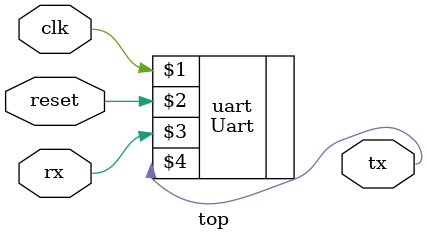
<source format=sv>
module top (
  input wire clk, // 100MHz
  input wire reset,
  input wire rx,
  output wire tx
);

  Uart uart(clk, reset, rx, tx);

endmodule

</source>
